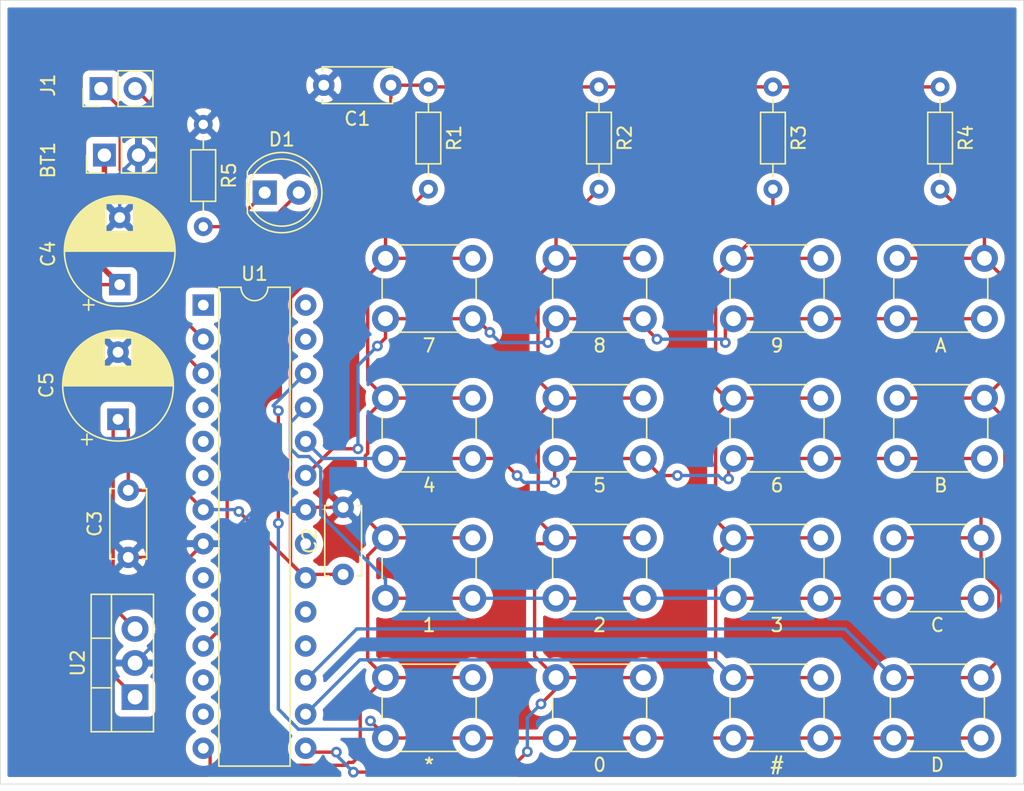
<source format=kicad_pcb>
(kicad_pcb (version 20171130) (host pcbnew "(5.1.9)-1")
  (layers (0 F.Cu signal) (31 B.Cu signal) (34 B.Paste user) (35 F.Paste user) (36 B.SilkS user) (37 F.SilkS user) (38 B.Mask user) (39 F.Mask user) (44 Edge.Cuts user))
  (net 0 "")
  (net 1 GND)
  (net 2 +5V)
  (net 3 "Net-(D1-Pad2)")
  (net 4 "Net-(D1-Pad1)")
  (net 5 "Net-(R1-Pad2)")
  (net 6 "Net-(R2-Pad2)")
  (net 7 "Net-(R3-Pad2)")
  (net 8 "Net-(R4-Pad2)")
  (net 9 "Net-(SW13-Pad1)")
  (net 10 "Net-(U1-Pad28)")
  (net 11 "Net-(U1-Pad27)")
  (net 12 "Net-(U1-Pad13)")
  (net 13 "Net-(U1-Pad12)")
  (net 14 "Net-(U1-Pad10)")
  (net 15 "Net-(U1-Pad9)")
  (net 16 "Net-(U1-Pad21)")
  (net 17 "Net-(U1-Pad6)")
  (net 18 "Net-(U1-Pad19)")
  (net 19 "Net-(U1-Pad5)")
  (net 20 "Net-(U1-Pad18)")
  (net 21 "Net-(U1-Pad4)")
  (net 22 "Net-(U1-Pad1)")
  (net 23 "Net-(SW1-Pad1)")
  (net 24 "Net-(SW5-Pad1)")
  (net 25 "Net-(SW10-Pad1)")
  (net 26 "Net-(J1-Pad2)")
  (net 27 "Net-(J1-Pad1)")
  (net 28 "Net-(BT1-Pad1)")
  (module Connector_PinHeader_2.54mm:PinHeader_1x02_P2.54mm_Vertical (layer F.Cu) (at 112.776 80.391 90)
    (fp_text reference J1 (at 0.254 -3.937 90) (layer F.SilkS))
    (fp_text value Conn_01x02_Male)
    (pad 2 thru_hole oval (at 0 2.54 90) (size 1.7 1.7) (drill 1) (layers *.Cu *.Mask) (net 26 "Net-(J1-Pad2)"))
    (pad 1 thru_hole rect (at 0 0 90) (size 1.7 1.7) (drill 1) (layers *.Cu *.Mask) (net 27 "Net-(J1-Pad1)"))
  )
  (module Capacitor_THT:CP_Radial_D8.0mm_P5.00mm (layer F.Cu) (at 114.046 105.029 90)
    (fp_text reference C5 (at 2.54 -5.334 90) (layer F.SilkS))
    (fp_text value 100uF)
    (pad 2 thru_hole circle (at 5 0 90) (size 1.6 1.6) (drill 0.8) (layers *.Cu *.Mask) (net 1 GND))
    (pad 1 thru_hole rect (at 0 0 90) (size 1.6 1.6) (drill 0.8) (layers *.Cu *.Mask) (net 2 +5V))
  )
  (module Capacitor_THT:CP_Radial_D8.0mm_P5.00mm (layer F.Cu) (at 114.173 94.996 90)
    (fp_text reference C4 (at 2.286 -5.334 90) (layer F.SilkS))
    (fp_text value 100uF)
    (pad 2 thru_hole circle (at 5 0 90) (size 1.6 1.6) (drill 0.8) (layers *.Cu *.Mask) (net 1 GND))
    (pad 1 thru_hole rect (at 0 0 90) (size 1.6 1.6) (drill 0.8) (layers *.Cu *.Mask) (net 28 "Net-(BT1-Pad1)"))
  )
  (module Button_Switch_THT:SW_PUSH_6mm (layer F.Cu) (at 140.462 107.95 180)
    (fp_text reference 4 (at 3.25 -2) (layer F.SilkS))
    (fp_text value SW_Push)
    (pad 2 thru_hole circle (at 0 4.5 270) (size 2 2) (drill 1.1) (layers *.Cu *.Mask) (net 5 "Net-(R1-Pad2)"))
    (pad 1 thru_hole circle (at 0 0 270) (size 2 2) (drill 1.1) (layers *.Cu *.Mask) (net 24 "Net-(SW5-Pad1)"))
    (pad 2 thru_hole circle (at 6.5 4.5 270) (size 2 2) (drill 1.1) (layers *.Cu *.Mask) (net 5 "Net-(R1-Pad2)"))
    (pad 1 thru_hole circle (at 6.5 0 270) (size 2 2) (drill 1.1) (layers *.Cu *.Mask) (net 24 "Net-(SW5-Pad1)"))
  )
  (module Connector_PinHeader_2.54mm:PinHeader_1x02_P2.54mm_Vertical (layer F.Cu) (at 113.03 85.344 90)
    (fp_text reference BT1 (at -0.381 -4.191 90) (layer F.SilkS))
    (fp_text value +9V)
    (pad 2 thru_hole oval (at 0 2.54 90) (size 1.7 1.7) (drill 1) (layers *.Cu *.Mask) (net 1 GND))
    (pad 1 thru_hole rect (at 0 0 90) (size 1.7 1.7) (drill 1) (layers *.Cu *.Mask) (net 28 "Net-(BT1-Pad1)"))
  )
  (module Package_TO_SOT_THT:TO-220-3_Vertical (layer F.Cu) (at 115.316 125.73 90)
    (fp_text reference U2 (at 2.54 -4.27 90) (layer F.SilkS))
    (fp_text value LM7805_TO220)
    (pad 3 thru_hole oval (at 5.08 0 90) (size 1.905 2) (drill 1.1) (layers *.Cu *.Mask) (net 2 +5V))
    (pad 2 thru_hole oval (at 2.54 0 90) (size 1.905 2) (drill 1.1) (layers *.Cu *.Mask) (net 1 GND))
    (pad 1 thru_hole rect (at 0 0 90) (size 1.905 2) (drill 1.1) (layers *.Cu *.Mask) (net 28 "Net-(BT1-Pad1)"))
  )
  (module Capacitor_THT:C_Disc_D5.0mm_W2.5mm_P5.00mm (layer F.Cu) (at 130.81 116.586 90)
    (fp_text reference C2 (at 2.5 -2.5 90) (layer F.SilkS))
    (fp_text value 0.1uF)
    (pad 2 thru_hole circle (at 5 0 90) (size 1.6 1.6) (drill 0.8) (layers *.Cu *.Mask) (net 1 GND))
    (pad 1 thru_hole circle (at 0 0 90) (size 1.6 1.6) (drill 0.8) (layers *.Cu *.Mask) (net 2 +5V))
  )
  (module Capacitor_THT:C_Disc_D5.0mm_W2.5mm_P5.00mm (layer F.Cu) (at 114.808 115.316 90)
    (fp_text reference C3 (at 2.5 -2.5 90) (layer F.SilkS))
    (fp_text value 0.1uF)
    (pad 2 thru_hole circle (at 5 0 90) (size 1.6 1.6) (drill 0.8) (layers *.Cu *.Mask) (net 2 +5V))
    (pad 1 thru_hole circle (at 0 0 90) (size 1.6 1.6) (drill 0.8) (layers *.Cu *.Mask) (net 1 GND))
  )
  (module Button_Switch_THT:SW_PUSH_6mm (layer F.Cu) (at 153.162 97.536 180)
    (fp_text reference 8 (at 3.25 -2) (layer F.SilkS))
    (fp_text value SW_Push)
    (pad 2 thru_hole circle (at 0 4.5 270) (size 2 2) (drill 1.1) (layers *.Cu *.Mask) (net 6 "Net-(R2-Pad2)"))
    (pad 1 thru_hole circle (at 0 0 270) (size 2 2) (drill 1.1) (layers *.Cu *.Mask) (net 23 "Net-(SW1-Pad1)"))
    (pad 2 thru_hole circle (at 6.5 4.5 270) (size 2 2) (drill 1.1) (layers *.Cu *.Mask) (net 6 "Net-(R2-Pad2)"))
    (pad 1 thru_hole circle (at 6.5 0 270) (size 2 2) (drill 1.1) (layers *.Cu *.Mask) (net 23 "Net-(SW1-Pad1)"))
  )
  (module Package_DIP:DIP-28_W7.62mm (layer F.Cu) (at 120.396 96.52)
    (fp_text reference U1 (at 3.81 -2.33) (layer F.SilkS))
    (fp_text value ATmega328P-PU)
    (pad 1 thru_hole rect (at 0 0) (size 1.6 1.6) (drill 0.8) (layers *.Cu *.Mask) (net 22 "Net-(U1-Pad1)"))
    (pad 15 thru_hole oval (at 7.62 33.02) (size 1.6 1.6) (drill 0.8) (layers *.Cu *.Mask) (net 6 "Net-(R2-Pad2)"))
    (pad 2 thru_hole oval (at 0 2.54) (size 1.6 1.6) (drill 0.8) (layers *.Cu *.Mask) (net 26 "Net-(J1-Pad2)"))
    (pad 16 thru_hole oval (at 7.62 30.48) (size 1.6 1.6) (drill 0.8) (layers *.Cu *.Mask) (net 7 "Net-(R3-Pad2)"))
    (pad 3 thru_hole oval (at 0 5.08) (size 1.6 1.6) (drill 0.8) (layers *.Cu *.Mask) (net 27 "Net-(J1-Pad1)"))
    (pad 17 thru_hole oval (at 7.62 27.94) (size 1.6 1.6) (drill 0.8) (layers *.Cu *.Mask) (net 8 "Net-(R4-Pad2)"))
    (pad 4 thru_hole oval (at 0 7.62) (size 1.6 1.6) (drill 0.8) (layers *.Cu *.Mask) (net 21 "Net-(U1-Pad4)"))
    (pad 18 thru_hole oval (at 7.62 25.4) (size 1.6 1.6) (drill 0.8) (layers *.Cu *.Mask) (net 20 "Net-(U1-Pad18)"))
    (pad 5 thru_hole oval (at 0 10.16) (size 1.6 1.6) (drill 0.8) (layers *.Cu *.Mask) (net 19 "Net-(U1-Pad5)"))
    (pad 19 thru_hole oval (at 7.62 22.86) (size 1.6 1.6) (drill 0.8) (layers *.Cu *.Mask) (net 18 "Net-(U1-Pad19)"))
    (pad 6 thru_hole oval (at 0 12.7) (size 1.6 1.6) (drill 0.8) (layers *.Cu *.Mask) (net 17 "Net-(U1-Pad6)"))
    (pad 20 thru_hole oval (at 7.62 20.32) (size 1.6 1.6) (drill 0.8) (layers *.Cu *.Mask) (net 2 +5V))
    (pad 7 thru_hole oval (at 0 15.24) (size 1.6 1.6) (drill 0.8) (layers *.Cu *.Mask) (net 2 +5V))
    (pad 21 thru_hole oval (at 7.62 17.78) (size 1.6 1.6) (drill 0.8) (layers *.Cu *.Mask) (net 16 "Net-(U1-Pad21)"))
    (pad 8 thru_hole oval (at 0 17.78) (size 1.6 1.6) (drill 0.8) (layers *.Cu *.Mask) (net 1 GND))
    (pad 22 thru_hole oval (at 7.62 15.24) (size 1.6 1.6) (drill 0.8) (layers *.Cu *.Mask) (net 1 GND))
    (pad 9 thru_hole oval (at 0 20.32) (size 1.6 1.6) (drill 0.8) (layers *.Cu *.Mask) (net 15 "Net-(U1-Pad9)"))
    (pad 23 thru_hole oval (at 7.62 12.7) (size 1.6 1.6) (drill 0.8) (layers *.Cu *.Mask) (net 23 "Net-(SW1-Pad1)"))
    (pad 10 thru_hole oval (at 0 22.86) (size 1.6 1.6) (drill 0.8) (layers *.Cu *.Mask) (net 14 "Net-(U1-Pad10)"))
    (pad 24 thru_hole oval (at 7.62 10.16) (size 1.6 1.6) (drill 0.8) (layers *.Cu *.Mask) (net 24 "Net-(SW5-Pad1)"))
    (pad 11 thru_hole oval (at 0 25.4) (size 1.6 1.6) (drill 0.8) (layers *.Cu *.Mask) (net 3 "Net-(D1-Pad2)"))
    (pad 25 thru_hole oval (at 7.62 7.62) (size 1.6 1.6) (drill 0.8) (layers *.Cu *.Mask) (net 25 "Net-(SW10-Pad1)"))
    (pad 12 thru_hole oval (at 0 27.94) (size 1.6 1.6) (drill 0.8) (layers *.Cu *.Mask) (net 13 "Net-(U1-Pad12)"))
    (pad 26 thru_hole oval (at 7.62 5.08) (size 1.6 1.6) (drill 0.8) (layers *.Cu *.Mask) (net 9 "Net-(SW13-Pad1)"))
    (pad 13 thru_hole oval (at 0 30.48) (size 1.6 1.6) (drill 0.8) (layers *.Cu *.Mask) (net 12 "Net-(U1-Pad13)"))
    (pad 27 thru_hole oval (at 7.62 2.54) (size 1.6 1.6) (drill 0.8) (layers *.Cu *.Mask) (net 11 "Net-(U1-Pad27)"))
    (pad 14 thru_hole oval (at 0 33.02) (size 1.6 1.6) (drill 0.8) (layers *.Cu *.Mask) (net 5 "Net-(R1-Pad2)"))
    (pad 28 thru_hole oval (at 7.62 0) (size 1.6 1.6) (drill 0.8) (layers *.Cu *.Mask) (net 10 "Net-(U1-Pad28)"))
  )
  (module Button_Switch_THT:SW_PUSH_6mm (layer F.Cu) (at 178.308 128.778 180)
    (fp_text reference D (at 3.25 -2) (layer F.SilkS))
    (fp_text value SW_Push)
    (pad 2 thru_hole circle (at 0 4.5 270) (size 2 2) (drill 1.1) (layers *.Cu *.Mask) (net 8 "Net-(R4-Pad2)"))
    (pad 1 thru_hole circle (at 0 0 270) (size 2 2) (drill 1.1) (layers *.Cu *.Mask) (net 9 "Net-(SW13-Pad1)"))
    (pad 2 thru_hole circle (at 6.5 4.5 270) (size 2 2) (drill 1.1) (layers *.Cu *.Mask) (net 8 "Net-(R4-Pad2)"))
    (pad 1 thru_hole circle (at 6.5 0 270) (size 2 2) (drill 1.1) (layers *.Cu *.Mask) (net 9 "Net-(SW13-Pad1)"))
  )
  (module Button_Switch_THT:SW_PUSH_6mm (layer F.Cu) (at 166.37 128.778 180)
    (fp_text reference "#" (at 3.25 -2) (layer F.SilkS))
    (fp_text value SW_Push)
    (pad 2 thru_hole circle (at 0 4.5 270) (size 2 2) (drill 1.1) (layers *.Cu *.Mask) (net 7 "Net-(R3-Pad2)"))
    (pad 1 thru_hole circle (at 0 0 270) (size 2 2) (drill 1.1) (layers *.Cu *.Mask) (net 9 "Net-(SW13-Pad1)"))
    (pad 2 thru_hole circle (at 6.5 4.5 270) (size 2 2) (drill 1.1) (layers *.Cu *.Mask) (net 7 "Net-(R3-Pad2)"))
    (pad 1 thru_hole circle (at 6.5 0 270) (size 2 2) (drill 1.1) (layers *.Cu *.Mask) (net 9 "Net-(SW13-Pad1)"))
  )
  (module Button_Switch_THT:SW_PUSH_6mm (layer F.Cu) (at 153.162 128.778 180)
    (fp_text reference 0 (at 3.25 -2) (layer F.SilkS))
    (fp_text value SW_Push)
    (pad 2 thru_hole circle (at 0 4.5 270) (size 2 2) (drill 1.1) (layers *.Cu *.Mask) (net 6 "Net-(R2-Pad2)"))
    (pad 1 thru_hole circle (at 0 0 270) (size 2 2) (drill 1.1) (layers *.Cu *.Mask) (net 9 "Net-(SW13-Pad1)"))
    (pad 2 thru_hole circle (at 6.5 4.5 270) (size 2 2) (drill 1.1) (layers *.Cu *.Mask) (net 6 "Net-(R2-Pad2)"))
    (pad 1 thru_hole circle (at 6.5 0 270) (size 2 2) (drill 1.1) (layers *.Cu *.Mask) (net 9 "Net-(SW13-Pad1)"))
  )
  (module Button_Switch_THT:SW_PUSH_6mm (layer F.Cu) (at 140.462 128.778 180)
    (fp_text reference * (at 3.25 -2) (layer F.SilkS))
    (fp_text value SW_Push)
    (pad 2 thru_hole circle (at 0 4.5 270) (size 2 2) (drill 1.1) (layers *.Cu *.Mask) (net 5 "Net-(R1-Pad2)"))
    (pad 1 thru_hole circle (at 0 0 270) (size 2 2) (drill 1.1) (layers *.Cu *.Mask) (net 9 "Net-(SW13-Pad1)"))
    (pad 2 thru_hole circle (at 6.5 4.5 270) (size 2 2) (drill 1.1) (layers *.Cu *.Mask) (net 5 "Net-(R1-Pad2)"))
    (pad 1 thru_hole circle (at 6.5 0 270) (size 2 2) (drill 1.1) (layers *.Cu *.Mask) (net 9 "Net-(SW13-Pad1)"))
  )
  (module Button_Switch_THT:SW_PUSH_6mm (layer F.Cu) (at 178.308 118.364 180)
    (fp_text reference C (at 3.25 -2) (layer F.SilkS))
    (fp_text value SW_Push)
    (pad 1 thru_hole circle (at 6.5 0 270) (size 2 2) (drill 1.1) (layers *.Cu *.Mask) (net 25 "Net-(SW10-Pad1)"))
    (pad 2 thru_hole circle (at 6.5 4.5 270) (size 2 2) (drill 1.1) (layers *.Cu *.Mask) (net 8 "Net-(R4-Pad2)"))
    (pad 1 thru_hole circle (at 0 0 270) (size 2 2) (drill 1.1) (layers *.Cu *.Mask) (net 25 "Net-(SW10-Pad1)"))
    (pad 2 thru_hole circle (at 0 4.5 270) (size 2 2) (drill 1.1) (layers *.Cu *.Mask) (net 8 "Net-(R4-Pad2)"))
  )
  (module Button_Switch_THT:SW_PUSH_6mm (layer F.Cu) (at 166.37 118.364 180)
    (fp_text reference 3 (at 3.25 -2) (layer F.SilkS))
    (fp_text value SW_Push)
    (pad 2 thru_hole circle (at 0 4.5 270) (size 2 2) (drill 1.1) (layers *.Cu *.Mask) (net 7 "Net-(R3-Pad2)"))
    (pad 1 thru_hole circle (at 0 0 270) (size 2 2) (drill 1.1) (layers *.Cu *.Mask) (net 25 "Net-(SW10-Pad1)"))
    (pad 2 thru_hole circle (at 6.5 4.5 270) (size 2 2) (drill 1.1) (layers *.Cu *.Mask) (net 7 "Net-(R3-Pad2)"))
    (pad 1 thru_hole circle (at 6.5 0 270) (size 2 2) (drill 1.1) (layers *.Cu *.Mask) (net 25 "Net-(SW10-Pad1)"))
  )
  (module Button_Switch_THT:SW_PUSH_6mm (layer F.Cu) (at 153.162 118.364 180)
    (fp_text reference 2 (at 3.25 -2) (layer F.SilkS))
    (fp_text value SW_Push)
    (pad 2 thru_hole circle (at 0 4.5 270) (size 2 2) (drill 1.1) (layers *.Cu *.Mask) (net 6 "Net-(R2-Pad2)"))
    (pad 1 thru_hole circle (at 0 0 270) (size 2 2) (drill 1.1) (layers *.Cu *.Mask) (net 25 "Net-(SW10-Pad1)"))
    (pad 2 thru_hole circle (at 6.5 4.5 270) (size 2 2) (drill 1.1) (layers *.Cu *.Mask) (net 6 "Net-(R2-Pad2)"))
    (pad 1 thru_hole circle (at 6.5 0 270) (size 2 2) (drill 1.1) (layers *.Cu *.Mask) (net 25 "Net-(SW10-Pad1)"))
  )
  (module Button_Switch_THT:SW_PUSH_6mm (layer F.Cu) (at 140.462 118.364 180)
    (fp_text reference 1 (at 3.25 -2) (layer F.SilkS))
    (fp_text value SW_Push)
    (pad 2 thru_hole circle (at 0 4.5 270) (size 2 2) (drill 1.1) (layers *.Cu *.Mask) (net 5 "Net-(R1-Pad2)"))
    (pad 1 thru_hole circle (at 0 0 270) (size 2 2) (drill 1.1) (layers *.Cu *.Mask) (net 25 "Net-(SW10-Pad1)"))
    (pad 2 thru_hole circle (at 6.5 4.5 270) (size 2 2) (drill 1.1) (layers *.Cu *.Mask) (net 5 "Net-(R1-Pad2)"))
    (pad 1 thru_hole circle (at 6.5 0 270) (size 2 2) (drill 1.1) (layers *.Cu *.Mask) (net 25 "Net-(SW10-Pad1)"))
  )
  (module Button_Switch_THT:SW_PUSH_6mm (layer F.Cu) (at 178.562 107.95 180)
    (fp_text reference B (at 3.25 -2) (layer F.SilkS))
    (fp_text value SW_Push)
    (pad 2 thru_hole circle (at 0 4.5 270) (size 2 2) (drill 1.1) (layers *.Cu *.Mask) (net 8 "Net-(R4-Pad2)"))
    (pad 1 thru_hole circle (at 0 0 270) (size 2 2) (drill 1.1) (layers *.Cu *.Mask) (net 24 "Net-(SW5-Pad1)"))
    (pad 2 thru_hole circle (at 6.5 4.5 270) (size 2 2) (drill 1.1) (layers *.Cu *.Mask) (net 8 "Net-(R4-Pad2)"))
    (pad 1 thru_hole circle (at 6.5 0 270) (size 2 2) (drill 1.1) (layers *.Cu *.Mask) (net 24 "Net-(SW5-Pad1)"))
  )
  (module Button_Switch_THT:SW_PUSH_6mm (layer F.Cu) (at 166.37 107.95 180)
    (fp_text reference 6 (at 3.25 -2) (layer F.SilkS))
    (fp_text value SW_Push)
    (pad 2 thru_hole circle (at 0 4.5 270) (size 2 2) (drill 1.1) (layers *.Cu *.Mask) (net 7 "Net-(R3-Pad2)"))
    (pad 1 thru_hole circle (at 0 0 270) (size 2 2) (drill 1.1) (layers *.Cu *.Mask) (net 24 "Net-(SW5-Pad1)"))
    (pad 2 thru_hole circle (at 6.5 4.5 270) (size 2 2) (drill 1.1) (layers *.Cu *.Mask) (net 7 "Net-(R3-Pad2)"))
    (pad 1 thru_hole circle (at 6.5 0 270) (size 2 2) (drill 1.1) (layers *.Cu *.Mask) (net 24 "Net-(SW5-Pad1)"))
  )
  (module Button_Switch_THT:SW_PUSH_6mm (layer F.Cu) (at 153.162 107.95 180)
    (fp_text reference 5 (at 3.25 -2) (layer F.SilkS))
    (fp_text value SW_Push)
    (pad 2 thru_hole circle (at 0 4.5 270) (size 2 2) (drill 1.1) (layers *.Cu *.Mask) (net 6 "Net-(R2-Pad2)"))
    (pad 1 thru_hole circle (at 0 0 270) (size 2 2) (drill 1.1) (layers *.Cu *.Mask) (net 24 "Net-(SW5-Pad1)"))
    (pad 2 thru_hole circle (at 6.5 4.5 270) (size 2 2) (drill 1.1) (layers *.Cu *.Mask) (net 6 "Net-(R2-Pad2)"))
    (pad 1 thru_hole circle (at 6.5 0 270) (size 2 2) (drill 1.1) (layers *.Cu *.Mask) (net 24 "Net-(SW5-Pad1)"))
  )
  (module Button_Switch_THT:SW_PUSH_6mm (layer F.Cu) (at 178.562 97.536 180)
    (fp_text reference A (at 3.25 -2) (layer F.SilkS))
    (fp_text value SW_Push)
    (pad 2 thru_hole circle (at 0 4.5 270) (size 2 2) (drill 1.1) (layers *.Cu *.Mask) (net 8 "Net-(R4-Pad2)"))
    (pad 1 thru_hole circle (at 0 0 270) (size 2 2) (drill 1.1) (layers *.Cu *.Mask) (net 23 "Net-(SW1-Pad1)"))
    (pad 2 thru_hole circle (at 6.5 4.5 270) (size 2 2) (drill 1.1) (layers *.Cu *.Mask) (net 8 "Net-(R4-Pad2)"))
    (pad 1 thru_hole circle (at 6.5 0 270) (size 2 2) (drill 1.1) (layers *.Cu *.Mask) (net 23 "Net-(SW1-Pad1)"))
  )
  (module Button_Switch_THT:SW_PUSH_6mm (layer F.Cu) (at 166.37 97.536 180)
    (fp_text reference 9 (at 3.25 -2) (layer F.SilkS))
    (fp_text value SW_Push)
    (pad 2 thru_hole circle (at 0 4.5 270) (size 2 2) (drill 1.1) (layers *.Cu *.Mask) (net 7 "Net-(R3-Pad2)"))
    (pad 1 thru_hole circle (at 0 0 270) (size 2 2) (drill 1.1) (layers *.Cu *.Mask) (net 23 "Net-(SW1-Pad1)"))
    (pad 2 thru_hole circle (at 6.5 4.5 270) (size 2 2) (drill 1.1) (layers *.Cu *.Mask) (net 7 "Net-(R3-Pad2)"))
    (pad 1 thru_hole circle (at 6.5 0 270) (size 2 2) (drill 1.1) (layers *.Cu *.Mask) (net 23 "Net-(SW1-Pad1)"))
  )
  (module Button_Switch_THT:SW_PUSH_6mm (layer F.Cu) (at 140.462 97.536 180)
    (fp_text reference 7 (at 3.25 -2) (layer F.SilkS))
    (fp_text value SW_Push)
    (pad 2 thru_hole circle (at 0 4.5 270) (size 2 2) (drill 1.1) (layers *.Cu *.Mask) (net 5 "Net-(R1-Pad2)"))
    (pad 1 thru_hole circle (at 0 0 270) (size 2 2) (drill 1.1) (layers *.Cu *.Mask) (net 23 "Net-(SW1-Pad1)"))
    (pad 2 thru_hole circle (at 6.5 4.5 270) (size 2 2) (drill 1.1) (layers *.Cu *.Mask) (net 5 "Net-(R1-Pad2)"))
    (pad 1 thru_hole circle (at 6.5 0 270) (size 2 2) (drill 1.1) (layers *.Cu *.Mask) (net 23 "Net-(SW1-Pad1)"))
  )
  (module Resistor_THT:R_Axial_DIN0204_L3.6mm_D1.6mm_P7.62mm_Horizontal (layer F.Cu) (at 120.396 83.058 270)
    (fp_text reference R5 (at 3.81 -1.92 90) (layer F.SilkS))
    (fp_text value 330R)
    (pad 2 thru_hole oval (at 7.62 0 270) (size 1.4 1.4) (drill 0.7) (layers *.Cu *.Mask) (net 4 "Net-(D1-Pad1)"))
    (pad 1 thru_hole circle (at 0 0 270) (size 1.4 1.4) (drill 0.7) (layers *.Cu *.Mask) (net 1 GND))
  )
  (module Resistor_THT:R_Axial_DIN0204_L3.6mm_D1.6mm_P7.62mm_Horizontal (layer F.Cu) (at 175.26 80.264 270)
    (fp_text reference R4 (at 3.81 -1.92 90) (layer F.SilkS))
    (fp_text value 10K)
    (pad 2 thru_hole oval (at 7.62 0 270) (size 1.4 1.4) (drill 0.7) (layers *.Cu *.Mask) (net 8 "Net-(R4-Pad2)"))
    (pad 1 thru_hole circle (at 0 0 270) (size 1.4 1.4) (drill 0.7) (layers *.Cu *.Mask) (net 2 +5V))
  )
  (module Resistor_THT:R_Axial_DIN0204_L3.6mm_D1.6mm_P7.62mm_Horizontal (layer F.Cu) (at 162.814 80.264 270)
    (fp_text reference R3 (at 3.81 -1.92 90) (layer F.SilkS))
    (fp_text value 10K)
    (pad 2 thru_hole oval (at 7.62 0 270) (size 1.4 1.4) (drill 0.7) (layers *.Cu *.Mask) (net 7 "Net-(R3-Pad2)"))
    (pad 1 thru_hole circle (at 0 0 270) (size 1.4 1.4) (drill 0.7) (layers *.Cu *.Mask) (net 2 +5V))
  )
  (module Resistor_THT:R_Axial_DIN0204_L3.6mm_D1.6mm_P7.62mm_Horizontal (layer F.Cu) (at 149.86 80.264 270)
    (fp_text reference R2 (at 3.81 -1.92 90) (layer F.SilkS))
    (fp_text value 10K)
    (pad 2 thru_hole oval (at 7.62 0 270) (size 1.4 1.4) (drill 0.7) (layers *.Cu *.Mask) (net 6 "Net-(R2-Pad2)"))
    (pad 1 thru_hole circle (at 0 0 270) (size 1.4 1.4) (drill 0.7) (layers *.Cu *.Mask) (net 2 +5V))
  )
  (module Resistor_THT:R_Axial_DIN0204_L3.6mm_D1.6mm_P7.62mm_Horizontal (layer F.Cu) (at 137.16 80.264 270)
    (fp_text reference R1 (at 3.81 -1.92 90) (layer F.SilkS))
    (fp_text value 10K)
    (pad 2 thru_hole oval (at 7.62 0 270) (size 1.4 1.4) (drill 0.7) (layers *.Cu *.Mask) (net 5 "Net-(R1-Pad2)"))
    (pad 1 thru_hole circle (at 0 0 270) (size 1.4 1.4) (drill 0.7) (layers *.Cu *.Mask) (net 2 +5V))
  )
  (module LED_THT:LED_D5.0mm (layer F.Cu) (at 124.968 88.138)
    (fp_text reference D1 (at 1.27 -3.96) (layer F.SilkS))
    (fp_text value LED)
    (pad 2 thru_hole circle (at 2.54 0) (size 1.8 1.8) (drill 0.9) (layers *.Cu *.Mask) (net 3 "Net-(D1-Pad2)"))
    (pad 1 thru_hole rect (at 0 0) (size 1.8 1.8) (drill 0.9) (layers *.Cu *.Mask) (net 4 "Net-(D1-Pad1)"))
  )
  (module Capacitor_THT:C_Disc_D5.0mm_W2.5mm_P5.00mm (layer F.Cu) (at 134.366 80.137 180)
    (fp_text reference C1 (at 2.5 -2.5) (layer F.SilkS))
    (fp_text value 0.1uF)
    (pad 2 thru_hole circle (at 5 0 180) (size 1.6 1.6) (drill 0.8) (layers *.Cu *.Mask) (net 1 GND))
    (pad 1 thru_hole circle (at 0 0 180) (size 1.6 1.6) (drill 0.8) (layers *.Cu *.Mask) (net 2 +5V))
  )
  (gr_line (start 105.283 73.8124) (end 181.483 73.8124) (layer Edge.Cuts) (width 0.05))
  (gr_line (start 105.283 76.708) (end 105.283 73.8124) (layer Edge.Cuts) (width 0.05))
  (gr_line (start 181.483 76.708) (end 181.483 73.8124) (layer Edge.Cuts) (width 0.05))
  (gr_text PEERAPHATR-1669 (at 145.9992 76.2) (layer F.Cu) (effects (font (size 1.5 1.5) (thickness 0.3))))
  (gr_line (start 181.483 76.708) (end 181.483 132.207) (layer Edge.Cuts) (width 0.05))
  (gr_line (start 105.283 132.207) (end 105.283 76.708) (layer Edge.Cuts) (width 0.05))
  (gr_line (start 107.823 132.207) (end 105.283 132.207) (layer Edge.Cuts) (width 0.05))
  (gr_line (start 109.22 132.207) (end 107.823 132.207) (layer Edge.Cuts) (width 0.05))
  (gr_line (start 181.483 132.207) (end 109.22 132.207) (layer Edge.Cuts) (width 0.05))
  (segment (start 119.38 115.316) (end 120.396 114.3) (width 0.25) (layer F.Cu) (net 1))
  (segment (start 128.016 111.934) (end 128.016 111.76) (width 0.25) (layer F.Cu) (net 1))
  (segment (start 128.19 111.586) (end 128.016 111.76) (width 0.25) (layer F.Cu) (net 1))
  (segment (start 130.81 111.586) (end 128.19 111.586) (width 0.25) (layer F.Cu) (net 1))
  (segment (start 114.808 115.316) (end 116.84 115.316) (width 0.25) (layer F.Cu) (net 1))
  (segment (start 116.84 115.316) (end 117.348 115.316) (width 0.25) (layer F.Cu) (net 1))
  (segment (start 117.348 115.316) (end 119.38 115.316) (width 0.25) (layer F.Cu) (net 1))
  (segment (start 117.094 115.316) (end 117.348 115.316) (width 0.25) (layer F.Cu) (net 1))
  (segment (start 114.173 86.741) (end 115.57 85.344) (width 0.25) (layer B.Cu) (net 1))
  (segment (start 114.173 89.996) (end 114.173 86.741) (width 0.25) (layer B.Cu) (net 1))
  (segment (start 115.57 87.369002) (end 117.094 88.893002) (width 0.25) (layer B.Cu) (net 1))
  (segment (start 115.57 85.344) (end 115.57 87.369002) (width 0.25) (layer B.Cu) (net 1))
  (segment (start 117.094 121.412) (end 115.316 123.19) (width 0.25) (layer B.Cu) (net 1))
  (segment (start 117.094 88.893002) (end 117.094 121.412) (width 0.25) (layer B.Cu) (net 1))
  (segment (start 120.396 114.3) (end 121.666 114.3) (width 0.25) (layer B.Cu) (net 1))
  (segment (start 124.206 111.76) (end 128.016 111.76) (width 0.25) (layer B.Cu) (net 1))
  (segment (start 121.666 114.3) (end 124.206 111.76) (width 0.25) (layer B.Cu) (net 1))
  (segment (start 118.952 110.316) (end 120.396 111.76) (width 0.25) (layer F.Cu) (net 2))
  (segment (start 128.27 116.586) (end 128.016 116.84) (width 0.25) (layer F.Cu) (net 2))
  (segment (start 130.81 116.586) (end 128.27 116.586) (width 0.25) (layer F.Cu) (net 2))
  (segment (start 134.874 80.645) (end 134.366 80.137) (width 0.25) (layer F.Cu) (net 2))
  (segment (start 149.86 80.264) (end 137.16 80.264) (width 0.25) (layer F.Cu) (net 2))
  (segment (start 162.814 80.264) (end 149.86 80.264) (width 0.25) (layer F.Cu) (net 2))
  (segment (start 175.26 80.264) (end 162.814 80.264) (width 0.25) (layer F.Cu) (net 2))
  (segment (start 114.808 110.316) (end 117.268 110.316) (width 0.25) (layer F.Cu) (net 2))
  (segment (start 117.268 110.316) (end 118.952 110.316) (width 0.25) (layer F.Cu) (net 2))
  (segment (start 117.094 110.316) (end 117.268 110.316) (width 0.25) (layer F.Cu) (net 2))
  (segment (start 113.682999 119.016999) (end 115.316 120.65) (width 0.25) (layer F.Cu) (net 2))
  (segment (start 113.682999 105.392001) (end 113.682999 119.016999) (width 0.25) (layer F.Cu) (net 2))
  (segment (start 114.046 105.029) (end 113.682999 105.392001) (width 0.25) (layer F.Cu) (net 2))
  (segment (start 137.033 80.137) (end 137.16 80.264) (width 0.25) (layer F.Cu) (net 2))
  (segment (start 134.366 80.137) (end 137.033 80.137) (width 0.25) (layer F.Cu) (net 2))
  (segment (start 126.890999 115.714999) (end 128.016 116.84) (width 0.25) (layer F.Cu) (net 2))
  (segment (start 126.890999 95.979999) (end 126.890999 115.714999) (width 0.25) (layer F.Cu) (net 2))
  (segment (start 134.366 88.504998) (end 126.890999 95.979999) (width 0.25) (layer F.Cu) (net 2))
  (segment (start 134.366 80.137) (end 134.366 88.504998) (width 0.25) (layer F.Cu) (net 2))
  (segment (start 127.635 116.459) (end 128.016 116.84) (width 0.25) (layer F.Cu) (net 2))
  (segment (start 114.808 105.791) (end 114.046 105.029) (width 0.25) (layer F.Cu) (net 2))
  (segment (start 114.808 110.316) (end 114.808 105.791) (width 0.25) (layer F.Cu) (net 2))
  (via (at 123.041343 111.899351) (size 0.8) (drill 0.4) (layers F.Cu B.Cu) (net 2))
  (segment (start 122.901992 111.76) (end 123.041343 111.899351) (width 0.25) (layer B.Cu) (net 2))
  (segment (start 120.396 111.76) (end 122.901992 111.76) (width 0.25) (layer B.Cu) (net 2))
  (segment (start 127.981992 116.84) (end 128.016 116.84) (width 0.25) (layer F.Cu) (net 2))
  (segment (start 123.041343 111.899351) (end 127.981992 116.84) (width 0.25) (layer F.Cu) (net 2))
  (segment (start 127.508 88.138) (end 122.174 93.472) (width 0.25) (layer F.Cu) (net 3))
  (segment (start 122.174 120.142) (end 120.396 121.92) (width 0.25) (layer F.Cu) (net 3))
  (segment (start 122.174 93.472) (end 122.174 120.142) (width 0.25) (layer F.Cu) (net 3))
  (segment (start 122.428 90.678) (end 124.968 88.138) (width 0.25) (layer F.Cu) (net 4))
  (segment (start 120.396 90.678) (end 122.428 90.678) (width 0.25) (layer F.Cu) (net 4))
  (segment (start 133.962 91.082) (end 137.16 87.884) (width 0.25) (layer F.Cu) (net 5))
  (segment (start 133.962 93.036) (end 133.962 91.082) (width 0.25) (layer F.Cu) (net 5))
  (segment (start 133.962 103.45) (end 132.636999 104.775001) (width 0.25) (layer F.Cu) (net 5))
  (segment (start 132.636999 122.952999) (end 133.962 124.278) (width 0.25) (layer F.Cu) (net 5))
  (segment (start 132.636999 115.189001) (end 132.636999 122.952999) (width 0.25) (layer F.Cu) (net 5))
  (segment (start 133.962 113.864) (end 132.636999 115.189001) (width 0.25) (layer F.Cu) (net 5))
  (segment (start 132.636999 102.124999) (end 133.962 103.45) (width 0.25) (layer F.Cu) (net 5))
  (segment (start 132.636999 94.361001) (end 132.636999 102.124999) (width 0.25) (layer F.Cu) (net 5))
  (segment (start 133.962 93.036) (end 132.636999 94.361001) (width 0.25) (layer F.Cu) (net 5))
  (segment (start 132.08 126.16) (end 133.962 124.278) (width 0.25) (layer F.Cu) (net 5))
  (segment (start 132.08 130.048) (end 132.08 126.16) (width 0.25) (layer F.Cu) (net 5))
  (segment (start 131.535001 130.592999) (end 132.08 130.048) (width 0.25) (layer F.Cu) (net 5))
  (segment (start 131.223999 130.592999) (end 131.535001 130.592999) (width 0.25) (layer F.Cu) (net 5))
  (segment (start 131.006998 130.81) (end 131.223999 130.592999) (width 0.25) (layer F.Cu) (net 5))
  (segment (start 120.904 130.81) (end 131.006998 130.81) (width 0.25) (layer F.Cu) (net 5))
  (segment (start 133.962 113.864) (end 132.461 112.363) (width 0.25) (layer F.Cu) (net 5))
  (segment (start 132.636999 107.573002) (end 132.636999 104.775001) (width 0.25) (layer F.Cu) (net 5))
  (segment (start 132.461 107.749001) (end 132.636999 107.573002) (width 0.25) (layer F.Cu) (net 5))
  (segment (start 132.461 112.363) (end 132.461 107.749001) (width 0.25) (layer F.Cu) (net 5))
  (segment (start 133.962 93.036) (end 140.462 93.036) (width 0.25) (layer F.Cu) (net 5))
  (segment (start 133.962 103.45) (end 140.462 103.45) (width 0.25) (layer F.Cu) (net 5))
  (segment (start 133.962 113.864) (end 140.462 113.864) (width 0.25) (layer F.Cu) (net 5))
  (segment (start 133.962 124.278) (end 140.462 124.278) (width 0.25) (layer F.Cu) (net 5))
  (segment (start 120.904 130.048) (end 120.396 129.54) (width 0.25) (layer F.Cu) (net 5))
  (segment (start 120.904 130.81) (end 120.904 130.048) (width 0.25) (layer F.Cu) (net 5))
  (segment (start 146.662 124.278) (end 145.066 122.682) (width 0.25) (layer F.Cu) (net 6))
  (segment (start 145.066 122.682) (end 145.066 114.522) (width 0.25) (layer F.Cu) (net 6))
  (segment (start 145.066 114.522) (end 145.288 114.3) (width 0.25) (layer F.Cu) (net 6))
  (segment (start 145.336999 104.775001) (end 146.662 103.45) (width 0.25) (layer F.Cu) (net 6))
  (segment (start 145.336999 112.538999) (end 145.336999 104.775001) (width 0.25) (layer F.Cu) (net 6))
  (segment (start 146.662 113.864) (end 145.336999 112.538999) (width 0.25) (layer F.Cu) (net 6))
  (segment (start 146.226 114.3) (end 146.662 113.864) (width 0.25) (layer F.Cu) (net 6))
  (segment (start 145.288 114.3) (end 146.226 114.3) (width 0.25) (layer F.Cu) (net 6))
  (segment (start 146.662 103.45) (end 145.32 102.108) (width 0.25) (layer F.Cu) (net 6))
  (segment (start 145.32 94.378) (end 146.662 93.036) (width 0.25) (layer F.Cu) (net 6))
  (segment (start 145.32 102.108) (end 145.32 94.378) (width 0.25) (layer F.Cu) (net 6))
  (segment (start 146.662 91.082) (end 149.86 87.884) (width 0.25) (layer F.Cu) (net 6))
  (segment (start 146.662 93.036) (end 146.662 91.082) (width 0.25) (layer F.Cu) (net 6))
  (via (at 145.542 126.238) (size 0.8) (drill 0.4) (layers F.Cu B.Cu) (net 6))
  (segment (start 146.662 125.118) (end 145.542 126.238) (width 0.25) (layer F.Cu) (net 6))
  (segment (start 146.662 124.278) (end 146.662 125.118) (width 0.25) (layer F.Cu) (net 6))
  (via (at 144.526 129.794) (size 0.8) (drill 0.4) (layers F.Cu B.Cu) (net 6))
  (segment (start 144.526 127.254) (end 144.526 129.794) (width 0.25) (layer B.Cu) (net 6))
  (segment (start 145.542 126.238) (end 144.526 127.254) (width 0.25) (layer B.Cu) (net 6))
  (via (at 131.572 131.318) (size 0.8) (drill 0.4) (layers F.Cu B.Cu) (net 6))
  (segment (start 143.002 131.318) (end 131.572 131.318) (width 0.25) (layer F.Cu) (net 6))
  (segment (start 144.526 129.794) (end 143.002 131.318) (width 0.25) (layer F.Cu) (net 6))
  (segment (start 131.572 131.318) (end 130.302 130.048) (width 0.25) (layer B.Cu) (net 6))
  (via (at 130.302 129.831) (size 0.8) (drill 0.4) (layers F.Cu B.Cu) (net 6))
  (segment (start 130.302 130.048) (end 130.302 129.831) (width 0.25) (layer B.Cu) (net 6))
  (segment (start 128.68941 129.831) (end 128.207205 129.348795) (width 0.25) (layer F.Cu) (net 6))
  (segment (start 130.302 129.831) (end 128.68941 129.831) (width 0.25) (layer F.Cu) (net 6))
  (segment (start 146.662 124.278) (end 153.162 124.278) (width 0.25) (layer F.Cu) (net 6))
  (segment (start 146.662 113.864) (end 153.162 113.864) (width 0.25) (layer F.Cu) (net 6))
  (segment (start 146.662 103.45) (end 153.162 103.45) (width 0.25) (layer F.Cu) (net 6))
  (segment (start 146.662 93.036) (end 153.162 93.036) (width 0.25) (layer F.Cu) (net 6))
  (segment (start 162.814 90.092) (end 159.87 93.036) (width 0.25) (layer F.Cu) (net 7))
  (segment (start 162.814 87.884) (end 162.814 90.092) (width 0.25) (layer F.Cu) (net 7))
  (segment (start 158.544999 94.361001) (end 158.544999 102.664999) (width 0.25) (layer F.Cu) (net 7))
  (segment (start 159.87 93.036) (end 158.544999 94.361001) (width 0.25) (layer F.Cu) (net 7))
  (segment (start 159.33 103.45) (end 159.87 103.45) (width 0.25) (layer F.Cu) (net 7))
  (segment (start 158.544999 102.664999) (end 159.33 103.45) (width 0.25) (layer F.Cu) (net 7))
  (segment (start 158.544999 112.538999) (end 159.87 113.864) (width 0.25) (layer F.Cu) (net 7))
  (segment (start 158.544999 104.775001) (end 158.544999 112.538999) (width 0.25) (layer F.Cu) (net 7))
  (segment (start 159.87 103.45) (end 158.544999 104.775001) (width 0.25) (layer F.Cu) (net 7))
  (segment (start 158.544999 122.952999) (end 159.87 124.278) (width 0.25) (layer F.Cu) (net 7))
  (segment (start 158.544999 115.189001) (end 158.544999 122.952999) (width 0.25) (layer F.Cu) (net 7))
  (segment (start 159.87 113.864) (end 158.544999 115.189001) (width 0.25) (layer F.Cu) (net 7))
  (segment (start 132.063001 122.952999) (end 128.016 127) (width 0.25) (layer B.Cu) (net 7))
  (segment (start 158.544999 122.952999) (end 132.063001 122.952999) (width 0.25) (layer B.Cu) (net 7))
  (segment (start 159.87 124.278) (end 158.544999 122.952999) (width 0.25) (layer B.Cu) (net 7))
  (segment (start 159.87 124.278) (end 166.37 124.278) (width 0.25) (layer F.Cu) (net 7))
  (segment (start 159.87 113.864) (end 166.37 113.864) (width 0.25) (layer F.Cu) (net 7))
  (segment (start 159.87 103.45) (end 166.37 103.45) (width 0.25) (layer F.Cu) (net 7))
  (segment (start 159.87 93.036) (end 166.37 93.036) (width 0.25) (layer F.Cu) (net 7))
  (segment (start 179.633001 117.727999) (end 178.308 116.402998) (width 0.25) (layer F.Cu) (net 8))
  (segment (start 178.308 116.402998) (end 178.308 113.864) (width 0.25) (layer F.Cu) (net 8))
  (segment (start 179.633001 122.952999) (end 179.633001 117.727999) (width 0.25) (layer F.Cu) (net 8))
  (segment (start 178.308 124.278) (end 179.633001 122.952999) (width 0.25) (layer F.Cu) (net 8))
  (segment (start 179.142 93.036) (end 178.562 93.036) (width 0.25) (layer F.Cu) (net 8))
  (segment (start 178.562 91.186) (end 175.26 87.884) (width 0.25) (layer F.Cu) (net 8))
  (segment (start 178.562 93.036) (end 178.562 91.186) (width 0.25) (layer F.Cu) (net 8))
  (segment (start 171.808 124.278) (end 168.18 120.65) (width 0.25) (layer B.Cu) (net 8))
  (segment (start 131.826 120.65) (end 128.016 124.46) (width 0.25) (layer B.Cu) (net 8))
  (segment (start 168.18 120.65) (end 131.826 120.65) (width 0.25) (layer B.Cu) (net 8))
  (segment (start 172.062 93.036) (end 178.562 93.036) (width 0.25) (layer F.Cu) (net 8))
  (segment (start 172.062 103.45) (end 178.562 103.45) (width 0.25) (layer F.Cu) (net 8))
  (segment (start 171.808 113.864) (end 178.308 113.864) (width 0.25) (layer F.Cu) (net 8))
  (segment (start 178.308 113.864) (end 178.308 111.125) (width 0.25) (layer F.Cu) (net 8))
  (segment (start 178.308 111.125) (end 180.086 109.347) (width 0.25) (layer F.Cu) (net 8))
  (segment (start 180.086 104.974) (end 178.562 103.45) (width 0.25) (layer F.Cu) (net 8))
  (segment (start 180.086 109.347) (end 180.086 104.974) (width 0.25) (layer F.Cu) (net 8))
  (segment (start 178.562 103.45) (end 180.467 101.545) (width 0.25) (layer F.Cu) (net 8))
  (segment (start 180.467 101.545) (end 180.467 94.107) (width 0.25) (layer F.Cu) (net 8))
  (segment (start 179.633 94.107) (end 180.467 94.107) (width 0.25) (layer F.Cu) (net 8))
  (segment (start 178.562 93.036) (end 179.633 94.107) (width 0.25) (layer F.Cu) (net 8))
  (segment (start 171.808 124.278) (end 178.308 124.278) (width 0.25) (layer F.Cu) (net 8))
  (segment (start 146.662 128.778) (end 140.462 128.778) (width 0.25) (layer F.Cu) (net 9))
  (segment (start 153.162 128.778) (end 159.87 128.778) (width 0.25) (layer F.Cu) (net 9))
  (segment (start 166.37 128.778) (end 171.808 128.778) (width 0.25) (layer F.Cu) (net 9))
  (via (at 132.842 127.508) (size 0.8) (drill 0.4) (layers F.Cu B.Cu) (net 9))
  (segment (start 133.962 128.628) (end 132.842 127.508) (width 0.25) (layer F.Cu) (net 9))
  (segment (start 133.962 128.778) (end 133.962 128.628) (width 0.25) (layer F.Cu) (net 9))
  (segment (start 171.808 128.778) (end 178.308 128.778) (width 0.25) (layer F.Cu) (net 9))
  (segment (start 159.87 128.778) (end 166.37 128.778) (width 0.25) (layer F.Cu) (net 9))
  (segment (start 146.662 128.778) (end 153.162 128.778) (width 0.25) (layer F.Cu) (net 9))
  (segment (start 133.962 128.778) (end 140.462 128.778) (width 0.25) (layer F.Cu) (net 9))
  (segment (start 126.440989 103.175011) (end 128.016 101.6) (width 0.25) (layer B.Cu) (net 9))
  (segment (start 125.603 104.013) (end 126.440989 103.175011) (width 0.25) (layer B.Cu) (net 9))
  (segment (start 126.440989 127.089991) (end 126.440989 127.075989) (width 0.25) (layer B.Cu) (net 9))
  (segment (start 127.475999 128.125001) (end 126.440989 127.089991) (width 0.25) (layer B.Cu) (net 9))
  (segment (start 133.309001 128.125001) (end 127.475999 128.125001) (width 0.25) (layer B.Cu) (net 9))
  (segment (start 133.962 128.778) (end 133.309001 128.125001) (width 0.25) (layer B.Cu) (net 9))
  (via (at 125.984 112.776) (size 0.8) (drill 0.4) (layers F.Cu B.Cu) (net 9))
  (segment (start 125.984 126.619) (end 125.984 112.776) (width 0.25) (layer B.Cu) (net 9))
  (segment (start 126.440989 127.075989) (end 125.984 126.619) (width 0.25) (layer B.Cu) (net 9))
  (segment (start 125.984 112.776) (end 125.984 104.394) (width 0.25) (layer F.Cu) (net 9))
  (via (at 125.984 104.394) (size 0.8) (drill 0.4) (layers F.Cu B.Cu) (net 9))
  (segment (start 125.984 104.394) (end 125.603 104.013) (width 0.25) (layer B.Cu) (net 9))
  (via (at 141.732 98.552) (size 0.8) (drill 0.4) (layers F.Cu B.Cu) (net 23))
  (segment (start 140.716 97.536) (end 141.732 98.552) (width 0.25) (layer F.Cu) (net 23))
  (segment (start 140.462 97.536) (end 140.716 97.536) (width 0.25) (layer F.Cu) (net 23))
  (segment (start 141.732 98.552) (end 142.494 99.314) (width 0.25) (layer B.Cu) (net 23))
  (via (at 146.05 99.314) (size 0.8) (drill 0.4) (layers F.Cu B.Cu) (net 23))
  (segment (start 142.494 99.314) (end 146.05 99.314) (width 0.25) (layer B.Cu) (net 23))
  (segment (start 146.05 98.148) (end 146.662 97.536) (width 0.25) (layer F.Cu) (net 23))
  (segment (start 146.05 99.314) (end 146.05 98.148) (width 0.25) (layer F.Cu) (net 23))
  (via (at 154.178 99.06) (size 0.8) (drill 0.4) (layers F.Cu B.Cu) (net 23))
  (segment (start 153.162 98.044) (end 154.178 99.06) (width 0.25) (layer F.Cu) (net 23))
  (segment (start 153.162 97.536) (end 153.162 98.044) (width 0.25) (layer F.Cu) (net 23))
  (via (at 159.269999 99.314) (size 0.8) (drill 0.4) (layers F.Cu B.Cu) (net 23))
  (segment (start 159.015999 99.06) (end 159.269999 99.314) (width 0.25) (layer B.Cu) (net 23))
  (segment (start 154.178 99.06) (end 159.015999 99.06) (width 0.25) (layer B.Cu) (net 23))
  (segment (start 159.269999 98.136001) (end 159.87 97.536) (width 0.25) (layer F.Cu) (net 23))
  (segment (start 159.269999 99.314) (end 159.269999 98.136001) (width 0.25) (layer F.Cu) (net 23))
  (segment (start 166.37 97.536) (end 172.062 97.536) (width 0.25) (layer F.Cu) (net 23))
  (via (at 133.361999 99.568) (size 0.8) (drill 0.4) (layers F.Cu B.Cu) (net 23))
  (segment (start 133.962 98.967999) (end 133.361999 99.568) (width 0.25) (layer F.Cu) (net 23))
  (segment (start 133.962 97.536) (end 133.962 98.967999) (width 0.25) (layer F.Cu) (net 23))
  (via (at 133.962 97.536) (size 0.8) (drill 0.4) (layers F.Cu B.Cu) (net 23))
  (via (at 131.911999 107.225) (size 0.8) (drill 0.4) (layers F.Cu B.Cu) (net 23))
  (segment (start 131.911999 101.018) (end 131.911999 107.225) (width 0.25) (layer B.Cu) (net 23))
  (segment (start 133.361999 99.568) (end 131.911999 101.018) (width 0.25) (layer B.Cu) (net 23))
  (segment (start 130.011 107.225) (end 128.016 109.22) (width 0.25) (layer F.Cu) (net 23))
  (segment (start 131.911999 107.225) (end 130.011 107.225) (width 0.25) (layer F.Cu) (net 23))
  (segment (start 159.87 97.536) (end 166.37 97.536) (width 0.25) (layer F.Cu) (net 23))
  (segment (start 172.062 97.536) (end 178.562 97.536) (width 0.25) (layer F.Cu) (net 23))
  (segment (start 146.662 97.536) (end 153.162 97.536) (width 0.25) (layer F.Cu) (net 23))
  (segment (start 133.962 97.536) (end 140.462 97.536) (width 0.25) (layer F.Cu) (net 23))
  (via (at 143.764 109.22) (size 0.8) (drill 0.4) (layers F.Cu B.Cu) (net 24))
  (segment (start 142.494 107.95) (end 143.764 109.22) (width 0.25) (layer F.Cu) (net 24))
  (segment (start 140.462 107.95) (end 142.494 107.95) (width 0.25) (layer F.Cu) (net 24))
  (segment (start 143.764 109.22) (end 144.272 109.728) (width 0.25) (layer B.Cu) (net 24))
  (via (at 146.558 109.728) (size 0.8) (drill 0.4) (layers F.Cu B.Cu) (net 24))
  (segment (start 144.272 109.728) (end 146.558 109.728) (width 0.25) (layer B.Cu) (net 24))
  (segment (start 146.558 108.054) (end 146.662 107.95) (width 0.25) (layer F.Cu) (net 24))
  (segment (start 146.558 109.728) (end 146.558 108.054) (width 0.25) (layer F.Cu) (net 24))
  (segment (start 154.432 109.22) (end 155.702 109.22) (width 0.25) (layer F.Cu) (net 24))
  (via (at 155.702 109.22) (size 0.8) (drill 0.4) (layers F.Cu B.Cu) (net 24))
  (segment (start 153.162 107.95) (end 154.432 109.22) (width 0.25) (layer F.Cu) (net 24))
  (segment (start 155.702 109.22) (end 158.75 109.22) (width 0.25) (layer B.Cu) (net 24))
  (via (at 159.512 109.474) (size 0.8) (drill 0.4) (layers F.Cu B.Cu) (net 24))
  (segment (start 159.004 109.474) (end 159.512 109.474) (width 0.25) (layer B.Cu) (net 24))
  (segment (start 158.75 109.22) (end 159.004 109.474) (width 0.25) (layer B.Cu) (net 24))
  (segment (start 159.512 108.308) (end 159.87 107.95) (width 0.25) (layer F.Cu) (net 24))
  (segment (start 159.512 109.474) (end 159.512 108.308) (width 0.25) (layer F.Cu) (net 24))
  (segment (start 166.37 107.95) (end 172.062 107.95) (width 0.25) (layer F.Cu) (net 24))
  (segment (start 129.286 107.95) (end 128.016 106.68) (width 0.25) (layer B.Cu) (net 24))
  (segment (start 133.962 107.95) (end 129.286 107.95) (width 0.25) (layer B.Cu) (net 24))
  (segment (start 159.87 107.95) (end 166.37 107.95) (width 0.25) (layer F.Cu) (net 24))
  (segment (start 133.962 107.95) (end 140.462 107.95) (width 0.25) (layer F.Cu) (net 24))
  (segment (start 146.662 107.95) (end 153.162 107.95) (width 0.25) (layer F.Cu) (net 24))
  (segment (start 172.062 107.95) (end 178.562 107.95) (width 0.25) (layer F.Cu) (net 24))
  (segment (start 140.462 118.364) (end 146.662 118.364) (width 0.25) (layer B.Cu) (net 25))
  (segment (start 153.162 118.364) (end 159.87 118.364) (width 0.25) (layer B.Cu) (net 25))
  (segment (start 166.37 118.364) (end 171.808 118.364) (width 0.25) (layer F.Cu) (net 25))
  (segment (start 126.890999 105.265001) (end 128.016 104.14) (width 0.25) (layer B.Cu) (net 25))
  (segment (start 126.890999 107.220001) (end 126.890999 105.265001) (width 0.25) (layer B.Cu) (net 25))
  (segment (start 127.475999 107.805001) (end 126.890999 107.220001) (width 0.25) (layer B.Cu) (net 25))
  (segment (start 128.266003 107.805001) (end 127.475999 107.805001) (width 0.25) (layer B.Cu) (net 25))
  (segment (start 129.141001 112.128788) (end 129.141001 108.679999) (width 0.25) (layer B.Cu) (net 25))
  (segment (start 133.962 116.949787) (end 129.141001 112.128788) (width 0.25) (layer B.Cu) (net 25))
  (segment (start 129.141001 108.679999) (end 128.266003 107.805001) (width 0.25) (layer B.Cu) (net 25))
  (segment (start 133.962 118.364) (end 133.962 116.949787) (width 0.25) (layer B.Cu) (net 25))
  (segment (start 171.808 118.364) (end 178.308 118.364) (width 0.25) (layer F.Cu) (net 25))
  (segment (start 159.87 118.364) (end 166.37 118.364) (width 0.25) (layer F.Cu) (net 25))
  (segment (start 146.662 118.364) (end 153.162 118.364) (width 0.25) (layer F.Cu) (net 25))
  (segment (start 133.962 118.364) (end 140.462 118.364) (width 0.25) (layer F.Cu) (net 25))
  (segment (start 115.316 80.391) (end 117.348 82.423) (width 0.25) (layer F.Cu) (net 26))
  (segment (start 117.348 96.012) (end 120.396 99.06) (width 0.25) (layer F.Cu) (net 26))
  (segment (start 117.348 82.423) (end 117.348 96.012) (width 0.25) (layer F.Cu) (net 26))
  (segment (start 114.205001 86.454001) (end 116.586 88.835) (width 0.25) (layer F.Cu) (net 27))
  (segment (start 114.205001 81.820001) (end 114.205001 86.454001) (width 0.25) (layer F.Cu) (net 27))
  (segment (start 112.776 80.391) (end 114.205001 81.820001) (width 0.25) (layer F.Cu) (net 27))
  (segment (start 116.586 97.79) (end 120.396 101.6) (width 0.25) (layer F.Cu) (net 27))
  (segment (start 116.586 88.835) (end 116.586 97.79) (width 0.25) (layer F.Cu) (net 27))
  (segment (start 114.173 94.996) (end 112.522 94.996) (width 0.25) (layer F.Cu) (net 28))
  (segment (start 112.522 94.996) (end 111.379 96.139) (width 0.25) (layer F.Cu) (net 28))
  (segment (start 111.379 121.793) (end 115.316 125.73) (width 0.25) (layer F.Cu) (net 28))
  (segment (start 111.379 96.139) (end 111.379 121.793) (width 0.25) (layer F.Cu) (net 28))
  (segment (start 113.03 85.344) (end 113.03 86.868) (width 0.4) (layer F.Cu) (net 28))
  (segment (start 113.03 86.868) (end 112.522 87.376) (width 0.4) (layer F.Cu) (net 28))
  (segment (start 112.522 93.345) (end 114.173 94.996) (width 0.4) (layer F.Cu) (net 28))
  (segment (start 112.522 87.376) (end 112.522 93.345) (width 0.4) (layer F.Cu) (net 28))
  (zone (net 1) (net_name GND) (layer B.Cu) (connect_pads (clearance 0.508)) (min_thickness 0.254) (fill yes (arc_segments 32) (thermal_gap 0.508) (thermal_bridge_width 0.508))
    (polygon (pts (xy 181.5084 132.2324) (xy 105.2576 132.2324) (xy 105.2576 73.8124) (xy 181.5084 73.8124)))
  )
  (zone (net 1) (net_name GND) (layer F.Cu) (connect_pads (clearance 0.508)) (min_thickness 0.254) (fill yes (arc_segments 32) (thermal_gap 0.508) (thermal_bridge_width 0.508))
    (polygon (pts (xy 181.5084 132.2324) (xy 105.2576 132.2324) (xy 105.2576 73.8124) (xy 181.5084 73.8124)))
  )
)
</source>
